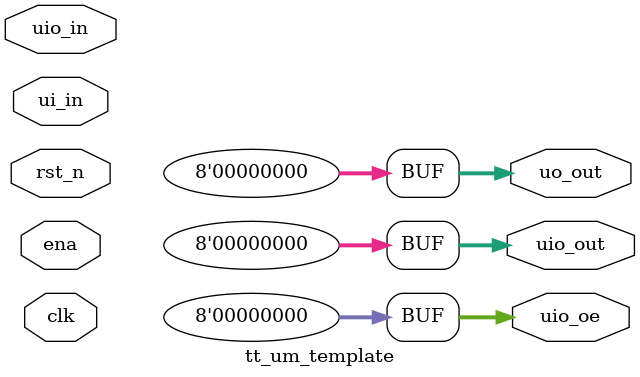
<source format=v>
module tt_um_template(	// file.cleaned.mlir:2:3
  input  [7:0] ui_in,	// file.cleaned.mlir:2:32
               uio_in,	// file.cleaned.mlir:2:48
  input        ena,	// file.cleaned.mlir:2:65
               clk,	// file.cleaned.mlir:2:79
               rst_n,	// file.cleaned.mlir:2:93
  output [7:0] uo_out,	// file.cleaned.mlir:2:110
               uio_out,	// file.cleaned.mlir:2:127
               uio_oe	// file.cleaned.mlir:2:145
);

  assign uo_out = 8'h0;	// file.cleaned.mlir:3:14, :4:5
  assign uio_out = 8'h0;	// file.cleaned.mlir:3:14, :4:5
  assign uio_oe = 8'h0;	// file.cleaned.mlir:3:14, :4:5
endmodule


</source>
